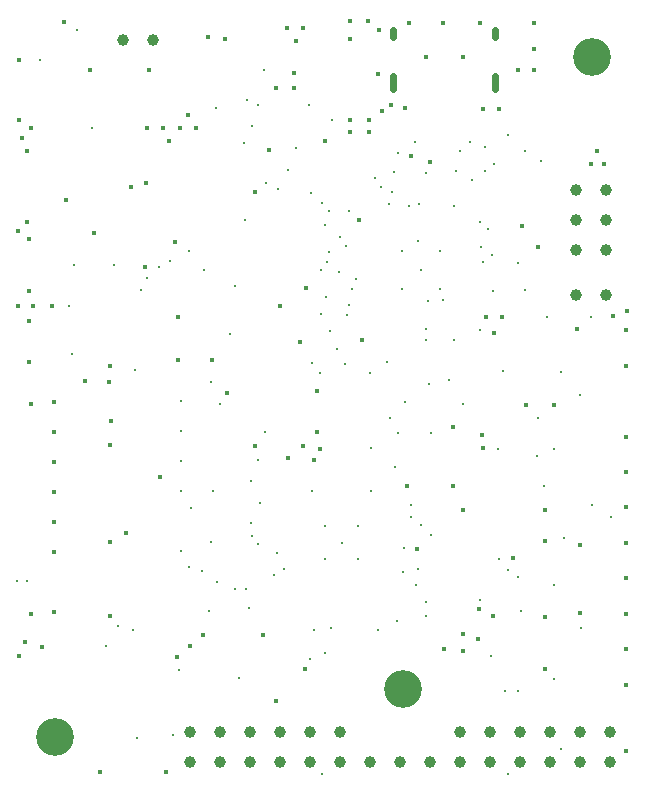
<source format=gbr>
%TF.GenerationSoftware,KiCad,Pcbnew,8.0.8-8.0.8-0~ubuntu24.04.1*%
%TF.CreationDate,2025-02-21T17:42:53-05:00*%
%TF.ProjectId,ChipigniteExplain,43686970-6967-46e6-9974-654578706c61,1.1*%
%TF.SameCoordinates,Original*%
%TF.FileFunction,Plated,1,4,PTH,Mixed*%
%TF.FilePolarity,Positive*%
%FSLAX46Y46*%
G04 Gerber Fmt 4.6, Leading zero omitted, Abs format (unit mm)*
G04 Created by KiCad (PCBNEW 8.0.8-8.0.8-0~ubuntu24.04.1) date 2025-02-21 17:42:53*
%MOMM*%
%LPD*%
G01*
G04 APERTURE LIST*
%TA.AperFunction,ViaDrill*%
%ADD10C,0.300000*%
%TD*%
%TA.AperFunction,ComponentDrill*%
%ADD11C,0.300000*%
%TD*%
%TA.AperFunction,ViaDrill*%
%ADD12C,0.400000*%
%TD*%
%TA.AperFunction,ComponentDrill*%
%ADD13C,0.400000*%
%TD*%
G04 aperture for slot hole*
%TA.AperFunction,ComponentDrill*%
%ADD14C,0.600000*%
%TD*%
%TA.AperFunction,ComponentDrill*%
%ADD15C,1.000000*%
%TD*%
%TA.AperFunction,ComponentDrill*%
%ADD16C,3.200000*%
%TD*%
G04 APERTURE END LIST*
D10*
X51025000Y-70800000D03*
X51900000Y-70800000D03*
X53000000Y-26750000D03*
X55450000Y-47500000D03*
X55700000Y-51600000D03*
X55800000Y-44050000D03*
X56100000Y-24200000D03*
X57350000Y-32500000D03*
X58550000Y-76350000D03*
X59250000Y-44050000D03*
X59600000Y-74600000D03*
X60800000Y-75000000D03*
X61000000Y-53000000D03*
X61150000Y-84150000D03*
X61550000Y-46200000D03*
X62000000Y-45200000D03*
X63000000Y-44200000D03*
X63973994Y-43699300D03*
X64200000Y-83900000D03*
X64750000Y-78400000D03*
X64900000Y-55610000D03*
X64900000Y-58150000D03*
X64900000Y-60690000D03*
X64900000Y-63230000D03*
X64900000Y-68310000D03*
X65533607Y-42908302D03*
X65600000Y-69610002D03*
X65750000Y-64650000D03*
X66711557Y-69956948D03*
X66879395Y-44504517D03*
X67250000Y-73400000D03*
X67400000Y-54000000D03*
X67400000Y-67500000D03*
X67600000Y-63200000D03*
X67900000Y-30800000D03*
X67950000Y-70950000D03*
X68200000Y-55800000D03*
X69050000Y-49900000D03*
X69433290Y-71486441D03*
X69450000Y-45850000D03*
X69850000Y-79050000D03*
X70200000Y-33700000D03*
X70300000Y-40300000D03*
X70377786Y-71525000D03*
X70500000Y-30100000D03*
X70650000Y-73150000D03*
X70800000Y-62400000D03*
X70844999Y-65900432D03*
X70900000Y-32300000D03*
X70900000Y-67014646D03*
X71400000Y-30500000D03*
X71400000Y-60600000D03*
X71457552Y-67714646D03*
X71600000Y-64200000D03*
X71925000Y-27550000D03*
X72000000Y-58200000D03*
X72100000Y-37100000D03*
X72800000Y-70300000D03*
X73053502Y-68414646D03*
X73100000Y-37600000D03*
X73600000Y-69800000D03*
X74000000Y-36000000D03*
X74600000Y-34200000D03*
X75700000Y-30500000D03*
X75800002Y-77400000D03*
X75900000Y-37999992D03*
X76000000Y-52400000D03*
X76000000Y-63200000D03*
X76175000Y-74955352D03*
X76700000Y-53200000D03*
X76729400Y-44529734D03*
X76781717Y-48225000D03*
X76800000Y-87175000D03*
X76819970Y-38811836D03*
X77050005Y-76960045D03*
X77100000Y-40700000D03*
X77199847Y-46774847D03*
X77227683Y-43816559D03*
X77399897Y-42963771D03*
X77400000Y-39500000D03*
X77575000Y-74818138D03*
X77700000Y-31800000D03*
X78075000Y-51200000D03*
X78234734Y-44640657D03*
X78372332Y-41715000D03*
X78775000Y-52425000D03*
X78900000Y-42460000D03*
X78978374Y-48314348D03*
X79081503Y-47462589D03*
X79100000Y-39500000D03*
X79400000Y-46140000D03*
X79728826Y-45266076D03*
X80900000Y-53200000D03*
X81000000Y-59600000D03*
X81000000Y-63200000D03*
X81300000Y-36700000D03*
X81600000Y-75000000D03*
X81800000Y-37426870D03*
X82300000Y-52300000D03*
X82500000Y-38900000D03*
X82600000Y-57000000D03*
X82800000Y-37900000D03*
X82952395Y-36200000D03*
X83000000Y-61200000D03*
X83200000Y-74200000D03*
X83300000Y-34600000D03*
X83300000Y-58300000D03*
X83728114Y-70101767D03*
X83783443Y-68000000D03*
X83900000Y-55700000D03*
X84212395Y-39038552D03*
X84400000Y-64400000D03*
X84400000Y-65400000D03*
X84750000Y-33650000D03*
X84800000Y-71200000D03*
X85000000Y-42000000D03*
X85000000Y-69800000D03*
X85045000Y-38867455D03*
X85200000Y-66100000D03*
X85600000Y-36300000D03*
X85600000Y-49529997D03*
X85600000Y-50400000D03*
X85600000Y-72600000D03*
X85600000Y-73800000D03*
X85800971Y-47092444D03*
X85902240Y-54122396D03*
X86100000Y-58300000D03*
X86100000Y-66900000D03*
X87100000Y-47000000D03*
X87600000Y-53800000D03*
X88000000Y-39100000D03*
X88000000Y-50400000D03*
X88200000Y-36100000D03*
X88500000Y-34400000D03*
X88800000Y-55800000D03*
X89400000Y-33650000D03*
X89500000Y-36900000D03*
X90200000Y-49600000D03*
X90200000Y-72400000D03*
X90250583Y-40410838D03*
X90301117Y-42557304D03*
X90442627Y-43837304D03*
X90600000Y-36100000D03*
X90650000Y-34100000D03*
X90900695Y-40988988D03*
X91150000Y-77150000D03*
X91227082Y-43197304D03*
X91350000Y-46300000D03*
X91400000Y-35500000D03*
X91700000Y-59650000D03*
X91800000Y-69000000D03*
X92200000Y-53050000D03*
X92300000Y-80100000D03*
X92550000Y-33100000D03*
X92587313Y-69866017D03*
X92600000Y-87190000D03*
X93396394Y-70515000D03*
X93400000Y-43900000D03*
X93400000Y-80100000D03*
X93685000Y-73352869D03*
X94000000Y-34400000D03*
X94000000Y-46200000D03*
X95050000Y-60200000D03*
X95150000Y-57000000D03*
X95400000Y-35275000D03*
X95600000Y-62800000D03*
X95900000Y-48500000D03*
X96500000Y-59650000D03*
X96500000Y-71200000D03*
X96500000Y-79100000D03*
X97041552Y-85010290D03*
X97050000Y-53100000D03*
X97300000Y-67210002D03*
X98650000Y-55100000D03*
X98800000Y-74789998D03*
X99600000Y-48500000D03*
X99710002Y-64400000D03*
X101300000Y-65400000D03*
D11*
%TO.C,HSTITCH1*%
X77100000Y-66200000D03*
X77100000Y-69000000D03*
X77500000Y-49700000D03*
X78550000Y-67650000D03*
X79900000Y-66200000D03*
X79900000Y-69000000D03*
X83600000Y-42900000D03*
X83600000Y-46100000D03*
X85200000Y-44500000D03*
X86800000Y-42900000D03*
X86800000Y-46100000D03*
%TD*%
D12*
X51100000Y-41200000D03*
X51100000Y-47500000D03*
X51400000Y-33300000D03*
X51700000Y-76000000D03*
X51900000Y-40400000D03*
X52200000Y-32500000D03*
X52200000Y-55850000D03*
X52200000Y-73650000D03*
X52400000Y-47500000D03*
X53100000Y-76400000D03*
X54000004Y-47500000D03*
X55200000Y-38600000D03*
X56800000Y-53900000D03*
X57500000Y-41400000D03*
X58800000Y-54000000D03*
X59000000Y-57300000D03*
X60200000Y-66749994D03*
X60700000Y-37500000D03*
X62000000Y-32500000D03*
X63400000Y-32500000D03*
X64800000Y-32500000D03*
X65700000Y-76350000D03*
X66200000Y-32500000D03*
X67200000Y-24800000D03*
X68600000Y-24900000D03*
X72900000Y-29100000D03*
X73300000Y-47500000D03*
X73900000Y-24000000D03*
X74000000Y-60400000D03*
X74500000Y-27800000D03*
X74500000Y-29100000D03*
X75200000Y-24000000D03*
X75200000Y-59400000D03*
X76200000Y-60600000D03*
X76669575Y-59660849D03*
X79200000Y-23400000D03*
X79200000Y-24900000D03*
X79200000Y-31800000D03*
X79200000Y-32800000D03*
X79945000Y-40300000D03*
X80700000Y-23400000D03*
X80800000Y-31800000D03*
X80800000Y-32800000D03*
X81600000Y-27900000D03*
X81700000Y-24200000D03*
X81900000Y-31000000D03*
X82700000Y-30500000D03*
X83849945Y-30749945D03*
X84886281Y-68075000D03*
X85942346Y-35387077D03*
X87145975Y-76566273D03*
X88800000Y-64800000D03*
X88804266Y-76710000D03*
X90085674Y-75775000D03*
X90134591Y-73225000D03*
X90400000Y-58500000D03*
X90475000Y-59600000D03*
X90500000Y-30900000D03*
X90700000Y-48500000D03*
X91800000Y-30900000D03*
X92100000Y-48500000D03*
X93400000Y-27600000D03*
X94800000Y-25800000D03*
X94800000Y-27600000D03*
X95700000Y-64850000D03*
X95700000Y-67400000D03*
X95700000Y-73900000D03*
X95700000Y-78300000D03*
X99600000Y-35500000D03*
X100700000Y-35500000D03*
X101500000Y-48400000D03*
X102700000Y-48000000D03*
D13*
%TO.C,STCHG1*%
X51200000Y-26700000D03*
X51200000Y-31800000D03*
X51200000Y-77200000D03*
%TO.C,STCHG8*%
X51900000Y-34400000D03*
%TO.C,STCHG1*%
X52000000Y-41900000D03*
X52000000Y-46300000D03*
X52000000Y-48800000D03*
X52000000Y-52300000D03*
%TO.C,STCHG8*%
X54150000Y-55710000D03*
%TO.C,STCHG1*%
X54150000Y-58250000D03*
%TO.C,STCHG2*%
X54150000Y-60790000D03*
%TO.C,STCHG3*%
X54150000Y-63330000D03*
%TO.C,STCHG4*%
X54150000Y-65870000D03*
%TO.C,STCHG5*%
X54150000Y-68410000D03*
%TO.C,STCHG7*%
X54150000Y-73490000D03*
%TO.C,STCHG1*%
X55000000Y-23500000D03*
X57200000Y-27600000D03*
%TO.C,STCHG19*%
X58000000Y-87000000D03*
%TO.C,STCHG8*%
X58850000Y-52600000D03*
X58850000Y-59350000D03*
X58850000Y-67500000D03*
X58850000Y-73750000D03*
X61850000Y-44200000D03*
X61900000Y-37150000D03*
%TO.C,STCHG1*%
X62200000Y-27600000D03*
%TO.C,STCHG8*%
X63100000Y-62000000D03*
%TO.C,STCHG19*%
X63600000Y-87000000D03*
%TO.C,STCHG1*%
X63900000Y-33600000D03*
%TO.C,STCHG8*%
X64400000Y-42150000D03*
%TO.C,STCHG1*%
X64600000Y-77300000D03*
%TO.C,STCHG8*%
X64650000Y-48450000D03*
X64650000Y-52150000D03*
%TO.C,STCHG1*%
X65500000Y-31400000D03*
X66800000Y-75400000D03*
%TO.C,STCHG8*%
X67550000Y-52150000D03*
X68800000Y-54900000D03*
X71150000Y-37850000D03*
X71150000Y-59400000D03*
%TO.C,STCHG1*%
X71800000Y-75400000D03*
%TO.C,STCHG8*%
X72350000Y-34300000D03*
%TO.C,STCHG1*%
X72900000Y-81000000D03*
X74600000Y-25100000D03*
%TO.C,STCHG9*%
X75000000Y-50600000D03*
%TO.C,STCHG1*%
X75400000Y-78300000D03*
%TO.C,STCHG8*%
X75500000Y-46000000D03*
X76400000Y-54750000D03*
X76400000Y-58250000D03*
X77100000Y-33600000D03*
%TO.C,STCHG9*%
X80200000Y-50400000D03*
X84000000Y-62800000D03*
%TO.C,STCHG1*%
X84200000Y-23600000D03*
%TO.C,STCHG8*%
X84400000Y-34800000D03*
%TO.C,STCHG1*%
X85600000Y-26500000D03*
X87100000Y-23600000D03*
%TO.C,STCHG9*%
X87900000Y-57800000D03*
X87900000Y-62800000D03*
%TO.C,STCHG1*%
X88800000Y-26500000D03*
X88800000Y-75300000D03*
X90200000Y-23600000D03*
X91300000Y-73800000D03*
X91400000Y-49800000D03*
%TO.C,STCHG8*%
X93050000Y-68900000D03*
X93800000Y-40800000D03*
%TO.C,STCHG11*%
X94100000Y-55900000D03*
%TO.C,STCHG1*%
X94800000Y-23600000D03*
%TO.C,STCHG8*%
X95150000Y-42550000D03*
%TO.C,STCHG11*%
X96450000Y-55900000D03*
%TO.C,STCHG9*%
X98400000Y-49500000D03*
%TO.C,STCHG8*%
X98650000Y-67750000D03*
X98650000Y-73550000D03*
%TO.C,STCHG1*%
X100100000Y-34400000D03*
X102600000Y-49600000D03*
%TO.C,STCHG9*%
X102600000Y-52600000D03*
%TO.C,STCHG11*%
X102600000Y-58600000D03*
%TO.C,STCHG12*%
X102600000Y-61600000D03*
%TO.C,STCHG13*%
X102600000Y-64600000D03*
%TO.C,STCHG14*%
X102600000Y-67600000D03*
%TO.C,STCHG15*%
X102600000Y-70600000D03*
%TO.C,STCHG16*%
X102600000Y-73600000D03*
%TO.C,STCHG17*%
X102600000Y-76600000D03*
%TO.C,STCHG18*%
X102600000Y-79600000D03*
X102600000Y-85200000D03*
D14*
%TO.C,J4*%
X82880000Y-24150000D02*
X82880000Y-24750000D01*
X82880000Y-28080000D02*
X82880000Y-29180000D01*
X91520000Y-24150000D02*
X91520000Y-24750000D01*
X91520000Y-28080000D02*
X91520000Y-29180000D01*
D15*
%TO.C,J1*%
X60000000Y-25000000D03*
X62540000Y-25000000D03*
%TO.C,J6*%
X65675000Y-83575000D03*
X65675000Y-86115000D03*
X68215000Y-83575000D03*
X68215000Y-86115000D03*
X70755000Y-83575000D03*
X70755000Y-86115000D03*
X73295000Y-83575000D03*
X73295000Y-86115000D03*
X75835000Y-83575000D03*
X75835000Y-86115000D03*
X78375000Y-83575000D03*
X78375000Y-86115000D03*
%TO.C,J3*%
X80915000Y-86115000D03*
X83455000Y-86115000D03*
X85995000Y-86115000D03*
%TO.C,J5*%
X88535000Y-83575000D03*
X88535000Y-86115000D03*
X91075000Y-83575000D03*
X91075000Y-86115000D03*
X93615000Y-83575000D03*
X93615000Y-86115000D03*
X96155000Y-83575000D03*
X96155000Y-86115000D03*
%TO.C,J10*%
X98335000Y-46600000D03*
%TO.C,J7*%
X98360000Y-37745000D03*
X98360000Y-40285000D03*
X98360000Y-42825000D03*
%TO.C,J5*%
X98695000Y-83575000D03*
X98695000Y-86115000D03*
%TO.C,J10*%
X100875000Y-46600000D03*
%TO.C,J7*%
X100900000Y-37745000D03*
X100900000Y-40285000D03*
X100900000Y-42825000D03*
%TO.C,J5*%
X101235000Y-83575000D03*
X101235000Y-86115000D03*
D16*
%TO.C,H1*%
X54200000Y-84000000D03*
%TO.C,H2*%
X83700000Y-80000000D03*
%TO.C,H3*%
X99700000Y-26500000D03*
M02*

</source>
